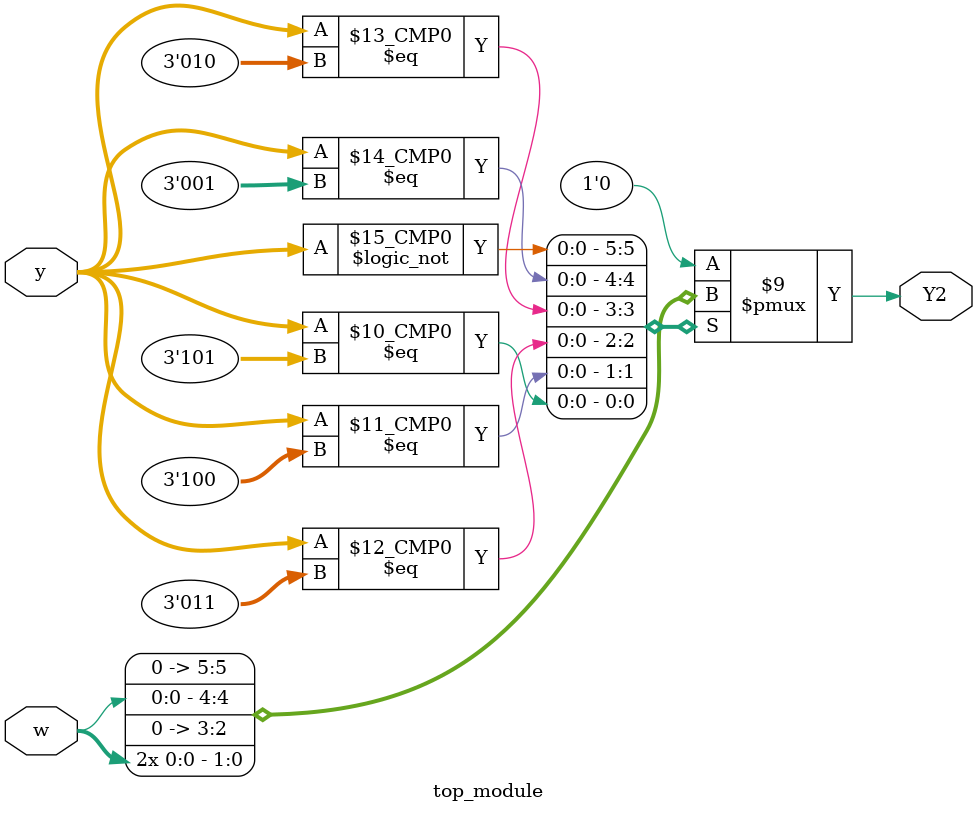
<source format=sv>
module top_module(
	input [3:1] y,
	input w,
	output reg Y2);

	always @(*) begin
		case (y)
			3'b000: Y2 = (w & 1'b0); // A -> A (no change)
			3'b001: Y2 = (w & 1'b1); // B -> D (changed from C to D)
			3'b010: Y2 = (w & 1'b0); // C -> E (changed from E to C)
			3'b011: Y2 = (w & 1'b0); // D -> F (no change)
			3'b100: Y2 = (w & 1'b1); // E -> D (changed from E to D)
			3'b101: Y2 = (w & 1'b1); // F -> D (changed from C to D)
			default: Y2 = 1'b0; // Default
		endcase
	end

endmodule

</source>
